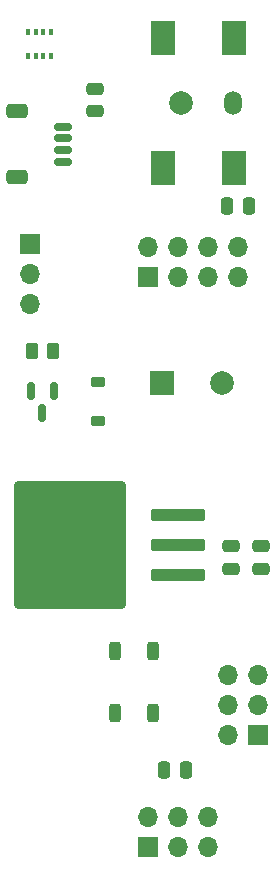
<source format=gbr>
%TF.GenerationSoftware,KiCad,Pcbnew,9.0.0*%
%TF.CreationDate,2025-03-02T17:32:46-06:00*%
%TF.ProjectId,ptSolar-Breakout,7074536f-6c61-4722-9d42-7265616b6f75,rev?*%
%TF.SameCoordinates,Original*%
%TF.FileFunction,Soldermask,Top*%
%TF.FilePolarity,Negative*%
%FSLAX46Y46*%
G04 Gerber Fmt 4.6, Leading zero omitted, Abs format (unit mm)*
G04 Created by KiCad (PCBNEW 9.0.0) date 2025-03-02 17:32:46*
%MOMM*%
%LPD*%
G01*
G04 APERTURE LIST*
G04 Aperture macros list*
%AMRoundRect*
0 Rectangle with rounded corners*
0 $1 Rounding radius*
0 $2 $3 $4 $5 $6 $7 $8 $9 X,Y pos of 4 corners*
0 Add a 4 corners polygon primitive as box body*
4,1,4,$2,$3,$4,$5,$6,$7,$8,$9,$2,$3,0*
0 Add four circle primitives for the rounded corners*
1,1,$1+$1,$2,$3*
1,1,$1+$1,$4,$5*
1,1,$1+$1,$6,$7*
1,1,$1+$1,$8,$9*
0 Add four rect primitives between the rounded corners*
20,1,$1+$1,$2,$3,$4,$5,0*
20,1,$1+$1,$4,$5,$6,$7,0*
20,1,$1+$1,$6,$7,$8,$9,0*
20,1,$1+$1,$8,$9,$2,$3,0*%
G04 Aperture macros list end*
%ADD10R,0.350000X0.500000*%
%ADD11RoundRect,0.250000X-0.250000X0.525000X-0.250000X-0.525000X0.250000X-0.525000X0.250000X0.525000X0*%
%ADD12RoundRect,0.150000X-0.625000X0.150000X-0.625000X-0.150000X0.625000X-0.150000X0.625000X0.150000X0*%
%ADD13RoundRect,0.250000X-0.650000X0.350000X-0.650000X-0.350000X0.650000X-0.350000X0.650000X0.350000X0*%
%ADD14RoundRect,0.250000X-0.250000X-0.475000X0.250000X-0.475000X0.250000X0.475000X-0.250000X0.475000X0*%
%ADD15RoundRect,0.250000X0.475000X-0.250000X0.475000X0.250000X-0.475000X0.250000X-0.475000X-0.250000X0*%
%ADD16R,1.700000X1.700000*%
%ADD17O,1.700000X1.700000*%
%ADD18RoundRect,0.250000X0.250000X0.475000X-0.250000X0.475000X-0.250000X-0.475000X0.250000X-0.475000X0*%
%ADD19RoundRect,0.225000X-0.375000X0.225000X-0.375000X-0.225000X0.375000X-0.225000X0.375000X0.225000X0*%
%ADD20RoundRect,0.150000X-0.150000X0.587500X-0.150000X-0.587500X0.150000X-0.587500X0.150000X0.587500X0*%
%ADD21RoundRect,0.250000X2.050000X0.300000X-2.050000X0.300000X-2.050000X-0.300000X2.050000X-0.300000X0*%
%ADD22RoundRect,0.250002X4.449998X5.149998X-4.449998X5.149998X-4.449998X-5.149998X4.449998X-5.149998X0*%
%ADD23RoundRect,0.250000X-0.475000X0.250000X-0.475000X-0.250000X0.475000X-0.250000X0.475000X0.250000X0*%
%ADD24O,1.500000X2.000000*%
%ADD25C,2.000000*%
%ADD26R,2.000000X3.000000*%
%ADD27RoundRect,0.250000X-0.262500X-0.450000X0.262500X-0.450000X0.262500X0.450000X-0.262500X0.450000X0*%
%ADD28R,2.000000X2.000000*%
G04 APERTURE END LIST*
D10*
%TO.C,U2*%
X147475000Y-72025000D03*
X146825000Y-72025000D03*
X146175000Y-72025000D03*
X145525000Y-72025000D03*
X145525000Y-69975000D03*
X146175000Y-69975000D03*
X146825000Y-69975000D03*
X147475000Y-69975000D03*
%TD*%
D11*
%TO.C,SW1*%
X156100000Y-122375000D03*
X156100000Y-127625000D03*
X152900000Y-122375000D03*
X152900000Y-127625000D03*
%TD*%
D12*
%TO.C,J4*%
X148500000Y-78000000D03*
X148500000Y-79000000D03*
X148500000Y-80000000D03*
X148500000Y-81000000D03*
D13*
X144625000Y-76700000D03*
X144625000Y-82300000D03*
%TD*%
D14*
%TO.C,C1*%
X162350000Y-84750000D03*
X164250000Y-84750000D03*
%TD*%
D15*
%TO.C,C5*%
X151250000Y-76700000D03*
X151250000Y-74800000D03*
%TD*%
D16*
%TO.C,J2*%
X155700000Y-90740000D03*
D17*
X155700000Y-88200000D03*
X158240000Y-90740000D03*
X158240000Y-88200000D03*
X160780000Y-90740000D03*
X160780000Y-88200000D03*
X163320000Y-90740000D03*
X163320000Y-88200000D03*
%TD*%
D16*
%TO.C,J1*%
X165000000Y-129500000D03*
D17*
X162460000Y-129500000D03*
X165000000Y-126960000D03*
X162460000Y-126960000D03*
X165000000Y-124420000D03*
X162460000Y-124420000D03*
%TD*%
D18*
%TO.C,C3*%
X158950000Y-132500000D03*
X157050000Y-132500000D03*
%TD*%
D19*
%TO.C,D1*%
X151500000Y-99600000D03*
X151500000Y-102900000D03*
%TD*%
D16*
%TO.C,J3*%
X155700000Y-139000000D03*
D17*
X155700000Y-136460000D03*
X158240000Y-139000000D03*
X158240000Y-136460000D03*
X160780000Y-139000000D03*
X160780000Y-136460000D03*
%TD*%
D20*
%TO.C,Q1*%
X147700000Y-100375000D03*
X145800000Y-100375000D03*
X146750000Y-102250000D03*
%TD*%
D21*
%TO.C,U1*%
X158250000Y-116000000D03*
X158250000Y-113460000D03*
D22*
X149100000Y-113460000D03*
D21*
X158250000Y-110920000D03*
%TD*%
D16*
%TO.C,J5*%
X145750000Y-87920000D03*
D17*
X145750000Y-90460000D03*
X145750000Y-93000000D03*
%TD*%
D23*
%TO.C,C4*%
X162750000Y-113550000D03*
X162750000Y-115450000D03*
%TD*%
D24*
%TO.C,J6*%
X162900000Y-76000000D03*
D25*
X158500000Y-76000000D03*
D26*
X163000000Y-81500000D03*
X157000000Y-81500000D03*
X157000000Y-70500000D03*
X163000000Y-70500000D03*
%TD*%
D23*
%TO.C,C2*%
X165250000Y-113550000D03*
X165250000Y-115450000D03*
%TD*%
D27*
%TO.C,R1*%
X145837500Y-97000000D03*
X147662500Y-97000000D03*
%TD*%
D28*
%TO.C,PZ1*%
X156926041Y-99750000D03*
D25*
X161926041Y-99750000D03*
%TD*%
M02*

</source>
